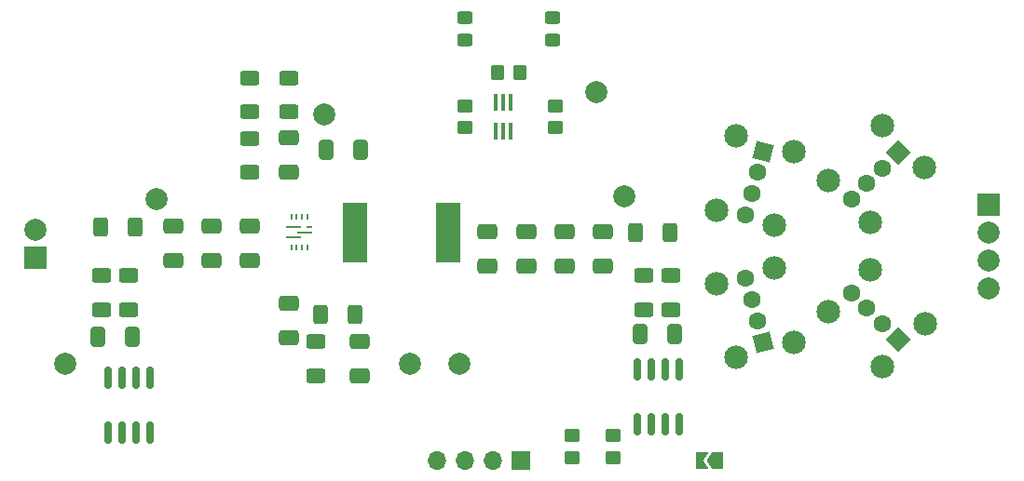
<source format=gts>
G04 #@! TF.GenerationSoftware,KiCad,Pcbnew,8.0.2*
G04 #@! TF.CreationDate,2024-09-05T18:17:44-04:00*
G04 #@! TF.ProjectId,5v-regulator-v1,35762d72-6567-4756-9c61-746f722d7631,rev?*
G04 #@! TF.SameCoordinates,Original*
G04 #@! TF.FileFunction,Soldermask,Top*
G04 #@! TF.FilePolarity,Negative*
%FSLAX46Y46*%
G04 Gerber Fmt 4.6, Leading zero omitted, Abs format (unit mm)*
G04 Created by KiCad (PCBNEW 8.0.2) date 2024-09-05 18:17:44*
%MOMM*%
%LPD*%
G01*
G04 APERTURE LIST*
G04 Aperture macros list*
%AMRoundRect*
0 Rectangle with rounded corners*
0 $1 Rounding radius*
0 $2 $3 $4 $5 $6 $7 $8 $9 X,Y pos of 4 corners*
0 Add a 4 corners polygon primitive as box body*
4,1,4,$2,$3,$4,$5,$6,$7,$8,$9,$2,$3,0*
0 Add four circle primitives for the rounded corners*
1,1,$1+$1,$2,$3*
1,1,$1+$1,$4,$5*
1,1,$1+$1,$6,$7*
1,1,$1+$1,$8,$9*
0 Add four rect primitives between the rounded corners*
20,1,$1+$1,$2,$3,$4,$5,0*
20,1,$1+$1,$4,$5,$6,$7,0*
20,1,$1+$1,$6,$7,$8,$9,0*
20,1,$1+$1,$8,$9,$2,$3,0*%
%AMRotRect*
0 Rectangle, with rotation*
0 The origin of the aperture is its center*
0 $1 length*
0 $2 width*
0 $3 Rotation angle, in degrees counterclockwise*
0 Add horizontal line*
21,1,$1,$2,0,0,$3*%
%AMFreePoly0*
4,1,6,1.000000,0.000000,0.500000,-0.750000,-0.500000,-0.750000,-0.500000,0.750000,0.500000,0.750000,1.000000,0.000000,1.000000,0.000000,$1*%
%AMFreePoly1*
4,1,6,0.500000,-0.750000,-0.650000,-0.750000,-0.150000,0.000000,-0.650000,0.750000,0.500000,0.750000,0.500000,-0.750000,0.500000,-0.750000,$1*%
G04 Aperture macros list end*
%ADD10C,2.000000*%
%ADD11RotRect,1.600000X1.600000X105.000000*%
%ADD12C,1.600000*%
%ADD13C,2.150000*%
%ADD14RoundRect,0.250000X-0.450000X0.325000X-0.450000X-0.325000X0.450000X-0.325000X0.450000X0.325000X0*%
%ADD15R,2.311400X5.461000*%
%ADD16RoundRect,0.250000X0.650000X-0.412500X0.650000X0.412500X-0.650000X0.412500X-0.650000X-0.412500X0*%
%ADD17RoundRect,0.250000X-0.625000X0.400000X-0.625000X-0.400000X0.625000X-0.400000X0.625000X0.400000X0*%
%ADD18RotRect,1.600000X1.600000X225.000000*%
%ADD19RoundRect,0.250000X-0.400000X-0.625000X0.400000X-0.625000X0.400000X0.625000X-0.400000X0.625000X0*%
%ADD20R,2.000000X2.000000*%
%ADD21RoundRect,0.250000X0.450000X-0.350000X0.450000X0.350000X-0.450000X0.350000X-0.450000X-0.350000X0*%
%ADD22RoundRect,0.150000X0.150000X-0.825000X0.150000X0.825000X-0.150000X0.825000X-0.150000X-0.825000X0*%
%ADD23R,1.397000X0.254000*%
%ADD24R,0.254000X0.609600*%
%ADD25R,0.609600X0.254000*%
%ADD26RoundRect,0.250000X-0.412500X-0.650000X0.412500X-0.650000X0.412500X0.650000X-0.412500X0.650000X0*%
%ADD27R,1.700000X1.700000*%
%ADD28O,1.700000X1.700000*%
%ADD29RoundRect,0.100000X0.100000X-0.650000X0.100000X0.650000X-0.100000X0.650000X-0.100000X-0.650000X0*%
%ADD30RoundRect,0.250000X-0.650000X0.412500X-0.650000X-0.412500X0.650000X-0.412500X0.650000X0.412500X0*%
%ADD31FreePoly0,180.000000*%
%ADD32FreePoly1,180.000000*%
%ADD33RoundRect,0.250000X0.625000X-0.400000X0.625000X0.400000X-0.625000X0.400000X-0.625000X-0.400000X0*%
%ADD34RoundRect,0.250000X-0.350000X-0.450000X0.350000X-0.450000X0.350000X0.450000X-0.350000X0.450000X0*%
%ADD35RotRect,1.600000X1.600000X255.000000*%
%ADD36RotRect,1.600000X1.600000X135.000000*%
%ADD37RoundRect,0.250000X-0.450000X0.350000X-0.450000X-0.350000X0.450000X-0.350000X0.450000X0.350000X0*%
%ADD38RoundRect,0.250000X0.412500X0.650000X-0.412500X0.650000X-0.412500X-0.650000X0.412500X-0.650000X0*%
G04 APERTURE END LIST*
D10*
X147250000Y-57250000D03*
D11*
X187111364Y-78010343D03*
D12*
X186593726Y-76078491D03*
X186076088Y-74146640D03*
X185558449Y-72214787D03*
D13*
X184672983Y-79419458D03*
X189927619Y-78011480D03*
X182861251Y-72657977D03*
X188115888Y-71250000D03*
D14*
X160000001Y-48475002D03*
X159999999Y-50524998D03*
D15*
X150000000Y-68000000D03*
X158509000Y-68000000D03*
D16*
X144000000Y-62562500D03*
X144000000Y-59437500D03*
D17*
X140500000Y-59450000D03*
X140500000Y-62550000D03*
D18*
X199371101Y-60744787D03*
D12*
X197956887Y-62159001D03*
X196542674Y-63573214D03*
X195128460Y-64987429D03*
D13*
X201810620Y-62151929D03*
X197963959Y-58305270D03*
X196860873Y-67101676D03*
X193014210Y-63255016D03*
D19*
X175545000Y-68025000D03*
X178645000Y-68025000D03*
D20*
X207615887Y-65460000D03*
D10*
X207615887Y-68000000D03*
X207615887Y-70540000D03*
X207615887Y-73080000D03*
D20*
X121000000Y-70290000D03*
D10*
X121000000Y-67750000D03*
D21*
X169750000Y-88500000D03*
X169750000Y-86500000D03*
D22*
X127595000Y-86225000D03*
X128865000Y-86225000D03*
X130135000Y-86225000D03*
X131405000Y-86225000D03*
X131405000Y-81275000D03*
X130135000Y-81275000D03*
X128865000Y-81275000D03*
X127595000Y-81275000D03*
D23*
X144487398Y-67499874D03*
X144487398Y-68500126D03*
D24*
X144243510Y-69400000D03*
X144743636Y-69400000D03*
X145243762Y-69400000D03*
X145743888Y-69400000D03*
D23*
X145500000Y-68000000D03*
D25*
X145893700Y-67499874D03*
D24*
X145743888Y-66600000D03*
X145243762Y-66600000D03*
X144743636Y-66600000D03*
X144243510Y-66600000D03*
D26*
X147437500Y-60500000D03*
X150562500Y-60500000D03*
D27*
X165080000Y-88750000D03*
D28*
X162539996Y-88749998D03*
X160000000Y-88750000D03*
X157460000Y-88750000D03*
D29*
X162850000Y-58830000D03*
X163500000Y-58830000D03*
X164150000Y-58830000D03*
X164150000Y-56170000D03*
X163500000Y-56170000D03*
X162850000Y-56170000D03*
D10*
X132000000Y-65000000D03*
D30*
X150500000Y-77937500D03*
X150500000Y-81062500D03*
X169104000Y-67962500D03*
X169104000Y-71087500D03*
X144000000Y-74437500D03*
X144000000Y-77562500D03*
D19*
X146950000Y-75500000D03*
X150050000Y-75500000D03*
D22*
X175690000Y-85450000D03*
X176960000Y-85450000D03*
X178230000Y-85450000D03*
X179500000Y-85450000D03*
X179500000Y-80500000D03*
X178230000Y-80500000D03*
X176960000Y-80500000D03*
X175690000Y-80500000D03*
D31*
X183000000Y-88750000D03*
D32*
X181550000Y-88750000D03*
D30*
X133500000Y-67437500D03*
X133500000Y-70562500D03*
D10*
X123750000Y-80000000D03*
D33*
X178750000Y-75050000D03*
X178750000Y-71950000D03*
D10*
X172000000Y-55250000D03*
D33*
X176250000Y-75050000D03*
X176250000Y-71950000D03*
D34*
X163000000Y-53500000D03*
X165000000Y-53500000D03*
D33*
X144000000Y-57050000D03*
X144000000Y-53950000D03*
X129500000Y-75050000D03*
X129500000Y-71950000D03*
D30*
X137000000Y-67437500D03*
X137000000Y-70562500D03*
D21*
X173500000Y-88500000D03*
X173500000Y-86500000D03*
D30*
X172604000Y-67962500D03*
X172604000Y-71087500D03*
X162104000Y-67962500D03*
X162104000Y-71087500D03*
X140500000Y-67437500D03*
X140500000Y-70562500D03*
X165604000Y-67962500D03*
X165604000Y-71087500D03*
D35*
X187111364Y-60633422D03*
D12*
X186593726Y-62565274D03*
X186076088Y-64497125D03*
X185558450Y-66428978D03*
D13*
X189927621Y-60632283D03*
X184672984Y-59224311D03*
X188115887Y-67393764D03*
X182861249Y-65985789D03*
D36*
X199391233Y-77755214D03*
D12*
X197977019Y-76341000D03*
X196562806Y-74926787D03*
X195148591Y-73512573D03*
D13*
X197984091Y-80194733D03*
X201830750Y-76348072D03*
X193034344Y-75244986D03*
X196881004Y-71398323D03*
D17*
X146500000Y-77950000D03*
X146500000Y-81050000D03*
D37*
X168250000Y-56500000D03*
X168250000Y-58500000D03*
D19*
X126950000Y-67500000D03*
X130050000Y-67500000D03*
D38*
X179062501Y-77250002D03*
X175937499Y-77249998D03*
D37*
X160000000Y-56500000D03*
X160000000Y-58500000D03*
D10*
X174500000Y-64750000D03*
D33*
X140500000Y-57050000D03*
X140500000Y-53950000D03*
D14*
X168000001Y-48475002D03*
X167999999Y-50524998D03*
D10*
X159500000Y-80000000D03*
D38*
X129812501Y-77500000D03*
X126687499Y-77499996D03*
D17*
X127000000Y-71950000D03*
X127000000Y-75050000D03*
D10*
X155000000Y-80000000D03*
M02*

</source>
